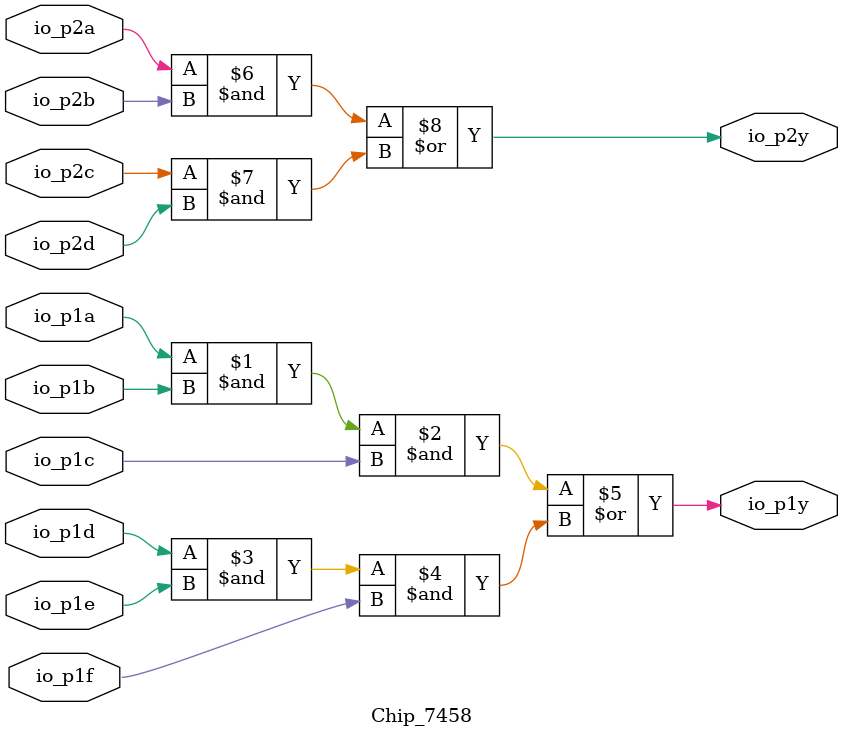
<source format=v>
module Chip_7458(
  input   io_p1a,
  input   io_p1b,
  input   io_p1c,
  input   io_p1d,
  input   io_p1e,
  input   io_p1f,
  output  io_p1y,
  input   io_p2a,
  input   io_p2b,
  input   io_p2c,
  input   io_p2d,
  output  io_p2y
);
  assign io_p1y = io_p1a & io_p1b & io_p1c | io_p1d & io_p1e & io_p1f; // @[Chip_7458.scala 22:35]
  assign io_p2y = io_p2a & io_p2b | io_p2c & io_p2d; // @[Chip_7458.scala 23:28]
endmodule

</source>
